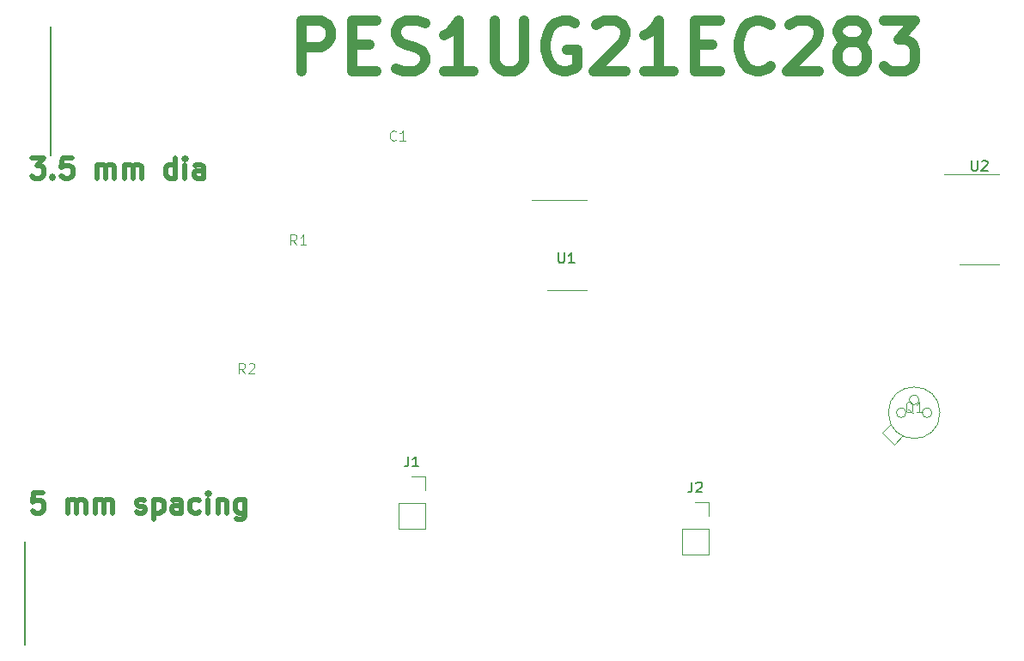
<source format=gbr>
%TF.GenerationSoftware,KiCad,Pcbnew,7.0.6*%
%TF.CreationDate,2023-07-29T19:28:03+05:30*%
%TF.ProjectId,Final_ESA_q5,46696e61-6c5f-4455-9341-5f71352e6b69,rev?*%
%TF.SameCoordinates,Original*%
%TF.FileFunction,Legend,Top*%
%TF.FilePolarity,Positive*%
%FSLAX46Y46*%
G04 Gerber Fmt 4.6, Leading zero omitted, Abs format (unit mm)*
G04 Created by KiCad (PCBNEW 7.0.6) date 2023-07-29 19:28:03*
%MOMM*%
%LPD*%
G01*
G04 APERTURE LIST*
%ADD10C,0.150000*%
%ADD11C,0.500000*%
%ADD12C,1.000000*%
%ADD13C,0.100000*%
%ADD14C,0.120000*%
G04 APERTURE END LIST*
D10*
X71120000Y-48260000D02*
X71120000Y-60960000D01*
X68580000Y-109220000D02*
X68580000Y-99060000D01*
D11*
X70337518Y-94249238D02*
X69385137Y-94249238D01*
X69385137Y-94249238D02*
X69289899Y-95201619D01*
X69289899Y-95201619D02*
X69385137Y-95106380D01*
X69385137Y-95106380D02*
X69575613Y-95011142D01*
X69575613Y-95011142D02*
X70051804Y-95011142D01*
X70051804Y-95011142D02*
X70242280Y-95106380D01*
X70242280Y-95106380D02*
X70337518Y-95201619D01*
X70337518Y-95201619D02*
X70432756Y-95392095D01*
X70432756Y-95392095D02*
X70432756Y-95868285D01*
X70432756Y-95868285D02*
X70337518Y-96058761D01*
X70337518Y-96058761D02*
X70242280Y-96154000D01*
X70242280Y-96154000D02*
X70051804Y-96249238D01*
X70051804Y-96249238D02*
X69575613Y-96249238D01*
X69575613Y-96249238D02*
X69385137Y-96154000D01*
X69385137Y-96154000D02*
X69289899Y-96058761D01*
X72813709Y-96249238D02*
X72813709Y-94915904D01*
X72813709Y-95106380D02*
X72908947Y-95011142D01*
X72908947Y-95011142D02*
X73099423Y-94915904D01*
X73099423Y-94915904D02*
X73385138Y-94915904D01*
X73385138Y-94915904D02*
X73575614Y-95011142D01*
X73575614Y-95011142D02*
X73670852Y-95201619D01*
X73670852Y-95201619D02*
X73670852Y-96249238D01*
X73670852Y-95201619D02*
X73766090Y-95011142D01*
X73766090Y-95011142D02*
X73956566Y-94915904D01*
X73956566Y-94915904D02*
X74242280Y-94915904D01*
X74242280Y-94915904D02*
X74432757Y-95011142D01*
X74432757Y-95011142D02*
X74527995Y-95201619D01*
X74527995Y-95201619D02*
X74527995Y-96249238D01*
X75480376Y-96249238D02*
X75480376Y-94915904D01*
X75480376Y-95106380D02*
X75575614Y-95011142D01*
X75575614Y-95011142D02*
X75766090Y-94915904D01*
X75766090Y-94915904D02*
X76051805Y-94915904D01*
X76051805Y-94915904D02*
X76242281Y-95011142D01*
X76242281Y-95011142D02*
X76337519Y-95201619D01*
X76337519Y-95201619D02*
X76337519Y-96249238D01*
X76337519Y-95201619D02*
X76432757Y-95011142D01*
X76432757Y-95011142D02*
X76623233Y-94915904D01*
X76623233Y-94915904D02*
X76908947Y-94915904D01*
X76908947Y-94915904D02*
X77099424Y-95011142D01*
X77099424Y-95011142D02*
X77194662Y-95201619D01*
X77194662Y-95201619D02*
X77194662Y-96249238D01*
X79575615Y-96154000D02*
X79766091Y-96249238D01*
X79766091Y-96249238D02*
X80147043Y-96249238D01*
X80147043Y-96249238D02*
X80337520Y-96154000D01*
X80337520Y-96154000D02*
X80432758Y-95963523D01*
X80432758Y-95963523D02*
X80432758Y-95868285D01*
X80432758Y-95868285D02*
X80337520Y-95677809D01*
X80337520Y-95677809D02*
X80147043Y-95582571D01*
X80147043Y-95582571D02*
X79861329Y-95582571D01*
X79861329Y-95582571D02*
X79670853Y-95487333D01*
X79670853Y-95487333D02*
X79575615Y-95296857D01*
X79575615Y-95296857D02*
X79575615Y-95201619D01*
X79575615Y-95201619D02*
X79670853Y-95011142D01*
X79670853Y-95011142D02*
X79861329Y-94915904D01*
X79861329Y-94915904D02*
X80147043Y-94915904D01*
X80147043Y-94915904D02*
X80337520Y-95011142D01*
X81289901Y-94915904D02*
X81289901Y-96915904D01*
X81289901Y-95011142D02*
X81480377Y-94915904D01*
X81480377Y-94915904D02*
X81861330Y-94915904D01*
X81861330Y-94915904D02*
X82051806Y-95011142D01*
X82051806Y-95011142D02*
X82147044Y-95106380D01*
X82147044Y-95106380D02*
X82242282Y-95296857D01*
X82242282Y-95296857D02*
X82242282Y-95868285D01*
X82242282Y-95868285D02*
X82147044Y-96058761D01*
X82147044Y-96058761D02*
X82051806Y-96154000D01*
X82051806Y-96154000D02*
X81861330Y-96249238D01*
X81861330Y-96249238D02*
X81480377Y-96249238D01*
X81480377Y-96249238D02*
X81289901Y-96154000D01*
X83956568Y-96249238D02*
X83956568Y-95201619D01*
X83956568Y-95201619D02*
X83861330Y-95011142D01*
X83861330Y-95011142D02*
X83670854Y-94915904D01*
X83670854Y-94915904D02*
X83289901Y-94915904D01*
X83289901Y-94915904D02*
X83099425Y-95011142D01*
X83956568Y-96154000D02*
X83766092Y-96249238D01*
X83766092Y-96249238D02*
X83289901Y-96249238D01*
X83289901Y-96249238D02*
X83099425Y-96154000D01*
X83099425Y-96154000D02*
X83004187Y-95963523D01*
X83004187Y-95963523D02*
X83004187Y-95773047D01*
X83004187Y-95773047D02*
X83099425Y-95582571D01*
X83099425Y-95582571D02*
X83289901Y-95487333D01*
X83289901Y-95487333D02*
X83766092Y-95487333D01*
X83766092Y-95487333D02*
X83956568Y-95392095D01*
X85766092Y-96154000D02*
X85575616Y-96249238D01*
X85575616Y-96249238D02*
X85194663Y-96249238D01*
X85194663Y-96249238D02*
X85004187Y-96154000D01*
X85004187Y-96154000D02*
X84908949Y-96058761D01*
X84908949Y-96058761D02*
X84813711Y-95868285D01*
X84813711Y-95868285D02*
X84813711Y-95296857D01*
X84813711Y-95296857D02*
X84908949Y-95106380D01*
X84908949Y-95106380D02*
X85004187Y-95011142D01*
X85004187Y-95011142D02*
X85194663Y-94915904D01*
X85194663Y-94915904D02*
X85575616Y-94915904D01*
X85575616Y-94915904D02*
X85766092Y-95011142D01*
X86623235Y-96249238D02*
X86623235Y-94915904D01*
X86623235Y-94249238D02*
X86527997Y-94344476D01*
X86527997Y-94344476D02*
X86623235Y-94439714D01*
X86623235Y-94439714D02*
X86718473Y-94344476D01*
X86718473Y-94344476D02*
X86623235Y-94249238D01*
X86623235Y-94249238D02*
X86623235Y-94439714D01*
X87575616Y-94915904D02*
X87575616Y-96249238D01*
X87575616Y-95106380D02*
X87670854Y-95011142D01*
X87670854Y-95011142D02*
X87861330Y-94915904D01*
X87861330Y-94915904D02*
X88147045Y-94915904D01*
X88147045Y-94915904D02*
X88337521Y-95011142D01*
X88337521Y-95011142D02*
X88432759Y-95201619D01*
X88432759Y-95201619D02*
X88432759Y-96249238D01*
X90242283Y-94915904D02*
X90242283Y-96534952D01*
X90242283Y-96534952D02*
X90147045Y-96725428D01*
X90147045Y-96725428D02*
X90051807Y-96820666D01*
X90051807Y-96820666D02*
X89861330Y-96915904D01*
X89861330Y-96915904D02*
X89575616Y-96915904D01*
X89575616Y-96915904D02*
X89385140Y-96820666D01*
X90242283Y-96154000D02*
X90051807Y-96249238D01*
X90051807Y-96249238D02*
X89670854Y-96249238D01*
X89670854Y-96249238D02*
X89480378Y-96154000D01*
X89480378Y-96154000D02*
X89385140Y-96058761D01*
X89385140Y-96058761D02*
X89289902Y-95868285D01*
X89289902Y-95868285D02*
X89289902Y-95296857D01*
X89289902Y-95296857D02*
X89385140Y-95106380D01*
X89385140Y-95106380D02*
X89480378Y-95011142D01*
X89480378Y-95011142D02*
X89670854Y-94915904D01*
X89670854Y-94915904D02*
X90051807Y-94915904D01*
X90051807Y-94915904D02*
X90242283Y-95011142D01*
X69194661Y-61229238D02*
X70432756Y-61229238D01*
X70432756Y-61229238D02*
X69766089Y-61991142D01*
X69766089Y-61991142D02*
X70051804Y-61991142D01*
X70051804Y-61991142D02*
X70242280Y-62086380D01*
X70242280Y-62086380D02*
X70337518Y-62181619D01*
X70337518Y-62181619D02*
X70432756Y-62372095D01*
X70432756Y-62372095D02*
X70432756Y-62848285D01*
X70432756Y-62848285D02*
X70337518Y-63038761D01*
X70337518Y-63038761D02*
X70242280Y-63134000D01*
X70242280Y-63134000D02*
X70051804Y-63229238D01*
X70051804Y-63229238D02*
X69480375Y-63229238D01*
X69480375Y-63229238D02*
X69289899Y-63134000D01*
X69289899Y-63134000D02*
X69194661Y-63038761D01*
X71289899Y-63038761D02*
X71385137Y-63134000D01*
X71385137Y-63134000D02*
X71289899Y-63229238D01*
X71289899Y-63229238D02*
X71194661Y-63134000D01*
X71194661Y-63134000D02*
X71289899Y-63038761D01*
X71289899Y-63038761D02*
X71289899Y-63229238D01*
X73194661Y-61229238D02*
X72242280Y-61229238D01*
X72242280Y-61229238D02*
X72147042Y-62181619D01*
X72147042Y-62181619D02*
X72242280Y-62086380D01*
X72242280Y-62086380D02*
X72432756Y-61991142D01*
X72432756Y-61991142D02*
X72908947Y-61991142D01*
X72908947Y-61991142D02*
X73099423Y-62086380D01*
X73099423Y-62086380D02*
X73194661Y-62181619D01*
X73194661Y-62181619D02*
X73289899Y-62372095D01*
X73289899Y-62372095D02*
X73289899Y-62848285D01*
X73289899Y-62848285D02*
X73194661Y-63038761D01*
X73194661Y-63038761D02*
X73099423Y-63134000D01*
X73099423Y-63134000D02*
X72908947Y-63229238D01*
X72908947Y-63229238D02*
X72432756Y-63229238D01*
X72432756Y-63229238D02*
X72242280Y-63134000D01*
X72242280Y-63134000D02*
X72147042Y-63038761D01*
X75670852Y-63229238D02*
X75670852Y-61895904D01*
X75670852Y-62086380D02*
X75766090Y-61991142D01*
X75766090Y-61991142D02*
X75956566Y-61895904D01*
X75956566Y-61895904D02*
X76242281Y-61895904D01*
X76242281Y-61895904D02*
X76432757Y-61991142D01*
X76432757Y-61991142D02*
X76527995Y-62181619D01*
X76527995Y-62181619D02*
X76527995Y-63229238D01*
X76527995Y-62181619D02*
X76623233Y-61991142D01*
X76623233Y-61991142D02*
X76813709Y-61895904D01*
X76813709Y-61895904D02*
X77099423Y-61895904D01*
X77099423Y-61895904D02*
X77289900Y-61991142D01*
X77289900Y-61991142D02*
X77385138Y-62181619D01*
X77385138Y-62181619D02*
X77385138Y-63229238D01*
X78337519Y-63229238D02*
X78337519Y-61895904D01*
X78337519Y-62086380D02*
X78432757Y-61991142D01*
X78432757Y-61991142D02*
X78623233Y-61895904D01*
X78623233Y-61895904D02*
X78908948Y-61895904D01*
X78908948Y-61895904D02*
X79099424Y-61991142D01*
X79099424Y-61991142D02*
X79194662Y-62181619D01*
X79194662Y-62181619D02*
X79194662Y-63229238D01*
X79194662Y-62181619D02*
X79289900Y-61991142D01*
X79289900Y-61991142D02*
X79480376Y-61895904D01*
X79480376Y-61895904D02*
X79766090Y-61895904D01*
X79766090Y-61895904D02*
X79956567Y-61991142D01*
X79956567Y-61991142D02*
X80051805Y-62181619D01*
X80051805Y-62181619D02*
X80051805Y-63229238D01*
X83385139Y-63229238D02*
X83385139Y-61229238D01*
X83385139Y-63134000D02*
X83194663Y-63229238D01*
X83194663Y-63229238D02*
X82813710Y-63229238D01*
X82813710Y-63229238D02*
X82623234Y-63134000D01*
X82623234Y-63134000D02*
X82527996Y-63038761D01*
X82527996Y-63038761D02*
X82432758Y-62848285D01*
X82432758Y-62848285D02*
X82432758Y-62276857D01*
X82432758Y-62276857D02*
X82527996Y-62086380D01*
X82527996Y-62086380D02*
X82623234Y-61991142D01*
X82623234Y-61991142D02*
X82813710Y-61895904D01*
X82813710Y-61895904D02*
X83194663Y-61895904D01*
X83194663Y-61895904D02*
X83385139Y-61991142D01*
X84337520Y-63229238D02*
X84337520Y-61895904D01*
X84337520Y-61229238D02*
X84242282Y-61324476D01*
X84242282Y-61324476D02*
X84337520Y-61419714D01*
X84337520Y-61419714D02*
X84432758Y-61324476D01*
X84432758Y-61324476D02*
X84337520Y-61229238D01*
X84337520Y-61229238D02*
X84337520Y-61419714D01*
X86147044Y-63229238D02*
X86147044Y-62181619D01*
X86147044Y-62181619D02*
X86051806Y-61991142D01*
X86051806Y-61991142D02*
X85861330Y-61895904D01*
X85861330Y-61895904D02*
X85480377Y-61895904D01*
X85480377Y-61895904D02*
X85289901Y-61991142D01*
X86147044Y-63134000D02*
X85956568Y-63229238D01*
X85956568Y-63229238D02*
X85480377Y-63229238D01*
X85480377Y-63229238D02*
X85289901Y-63134000D01*
X85289901Y-63134000D02*
X85194663Y-62943523D01*
X85194663Y-62943523D02*
X85194663Y-62753047D01*
X85194663Y-62753047D02*
X85289901Y-62562571D01*
X85289901Y-62562571D02*
X85480377Y-62467333D01*
X85480377Y-62467333D02*
X85956568Y-62467333D01*
X85956568Y-62467333D02*
X86147044Y-62372095D01*
D12*
X95828370Y-52676095D02*
X95828370Y-47676095D01*
X95828370Y-47676095D02*
X97733132Y-47676095D01*
X97733132Y-47676095D02*
X98209322Y-47914190D01*
X98209322Y-47914190D02*
X98447417Y-48152285D01*
X98447417Y-48152285D02*
X98685513Y-48628476D01*
X98685513Y-48628476D02*
X98685513Y-49342761D01*
X98685513Y-49342761D02*
X98447417Y-49818952D01*
X98447417Y-49818952D02*
X98209322Y-50057047D01*
X98209322Y-50057047D02*
X97733132Y-50295142D01*
X97733132Y-50295142D02*
X95828370Y-50295142D01*
X100828370Y-50057047D02*
X102495036Y-50057047D01*
X103209322Y-52676095D02*
X100828370Y-52676095D01*
X100828370Y-52676095D02*
X100828370Y-47676095D01*
X100828370Y-47676095D02*
X103209322Y-47676095D01*
X105114084Y-52438000D02*
X105828370Y-52676095D01*
X105828370Y-52676095D02*
X107018846Y-52676095D01*
X107018846Y-52676095D02*
X107495037Y-52438000D01*
X107495037Y-52438000D02*
X107733132Y-52199904D01*
X107733132Y-52199904D02*
X107971227Y-51723714D01*
X107971227Y-51723714D02*
X107971227Y-51247523D01*
X107971227Y-51247523D02*
X107733132Y-50771333D01*
X107733132Y-50771333D02*
X107495037Y-50533238D01*
X107495037Y-50533238D02*
X107018846Y-50295142D01*
X107018846Y-50295142D02*
X106066465Y-50057047D01*
X106066465Y-50057047D02*
X105590275Y-49818952D01*
X105590275Y-49818952D02*
X105352180Y-49580857D01*
X105352180Y-49580857D02*
X105114084Y-49104666D01*
X105114084Y-49104666D02*
X105114084Y-48628476D01*
X105114084Y-48628476D02*
X105352180Y-48152285D01*
X105352180Y-48152285D02*
X105590275Y-47914190D01*
X105590275Y-47914190D02*
X106066465Y-47676095D01*
X106066465Y-47676095D02*
X107256942Y-47676095D01*
X107256942Y-47676095D02*
X107971227Y-47914190D01*
X112733132Y-52676095D02*
X109875989Y-52676095D01*
X111304561Y-52676095D02*
X111304561Y-47676095D01*
X111304561Y-47676095D02*
X110828370Y-48390380D01*
X110828370Y-48390380D02*
X110352180Y-48866571D01*
X110352180Y-48866571D02*
X109875989Y-49104666D01*
X114875990Y-47676095D02*
X114875990Y-51723714D01*
X114875990Y-51723714D02*
X115114085Y-52199904D01*
X115114085Y-52199904D02*
X115352180Y-52438000D01*
X115352180Y-52438000D02*
X115828371Y-52676095D01*
X115828371Y-52676095D02*
X116780752Y-52676095D01*
X116780752Y-52676095D02*
X117256942Y-52438000D01*
X117256942Y-52438000D02*
X117495037Y-52199904D01*
X117495037Y-52199904D02*
X117733133Y-51723714D01*
X117733133Y-51723714D02*
X117733133Y-47676095D01*
X122733132Y-47914190D02*
X122256942Y-47676095D01*
X122256942Y-47676095D02*
X121542656Y-47676095D01*
X121542656Y-47676095D02*
X120828370Y-47914190D01*
X120828370Y-47914190D02*
X120352180Y-48390380D01*
X120352180Y-48390380D02*
X120114085Y-48866571D01*
X120114085Y-48866571D02*
X119875989Y-49818952D01*
X119875989Y-49818952D02*
X119875989Y-50533238D01*
X119875989Y-50533238D02*
X120114085Y-51485619D01*
X120114085Y-51485619D02*
X120352180Y-51961809D01*
X120352180Y-51961809D02*
X120828370Y-52438000D01*
X120828370Y-52438000D02*
X121542656Y-52676095D01*
X121542656Y-52676095D02*
X122018847Y-52676095D01*
X122018847Y-52676095D02*
X122733132Y-52438000D01*
X122733132Y-52438000D02*
X122971228Y-52199904D01*
X122971228Y-52199904D02*
X122971228Y-50533238D01*
X122971228Y-50533238D02*
X122018847Y-50533238D01*
X124875989Y-48152285D02*
X125114085Y-47914190D01*
X125114085Y-47914190D02*
X125590275Y-47676095D01*
X125590275Y-47676095D02*
X126780751Y-47676095D01*
X126780751Y-47676095D02*
X127256942Y-47914190D01*
X127256942Y-47914190D02*
X127495037Y-48152285D01*
X127495037Y-48152285D02*
X127733132Y-48628476D01*
X127733132Y-48628476D02*
X127733132Y-49104666D01*
X127733132Y-49104666D02*
X127495037Y-49818952D01*
X127495037Y-49818952D02*
X124637894Y-52676095D01*
X124637894Y-52676095D02*
X127733132Y-52676095D01*
X132495037Y-52676095D02*
X129637894Y-52676095D01*
X131066466Y-52676095D02*
X131066466Y-47676095D01*
X131066466Y-47676095D02*
X130590275Y-48390380D01*
X130590275Y-48390380D02*
X130114085Y-48866571D01*
X130114085Y-48866571D02*
X129637894Y-49104666D01*
X134637895Y-50057047D02*
X136304561Y-50057047D01*
X137018847Y-52676095D02*
X134637895Y-52676095D01*
X134637895Y-52676095D02*
X134637895Y-47676095D01*
X134637895Y-47676095D02*
X137018847Y-47676095D01*
X142018848Y-52199904D02*
X141780752Y-52438000D01*
X141780752Y-52438000D02*
X141066467Y-52676095D01*
X141066467Y-52676095D02*
X140590276Y-52676095D01*
X140590276Y-52676095D02*
X139875990Y-52438000D01*
X139875990Y-52438000D02*
X139399800Y-51961809D01*
X139399800Y-51961809D02*
X139161705Y-51485619D01*
X139161705Y-51485619D02*
X138923609Y-50533238D01*
X138923609Y-50533238D02*
X138923609Y-49818952D01*
X138923609Y-49818952D02*
X139161705Y-48866571D01*
X139161705Y-48866571D02*
X139399800Y-48390380D01*
X139399800Y-48390380D02*
X139875990Y-47914190D01*
X139875990Y-47914190D02*
X140590276Y-47676095D01*
X140590276Y-47676095D02*
X141066467Y-47676095D01*
X141066467Y-47676095D02*
X141780752Y-47914190D01*
X141780752Y-47914190D02*
X142018848Y-48152285D01*
X143923609Y-48152285D02*
X144161705Y-47914190D01*
X144161705Y-47914190D02*
X144637895Y-47676095D01*
X144637895Y-47676095D02*
X145828371Y-47676095D01*
X145828371Y-47676095D02*
X146304562Y-47914190D01*
X146304562Y-47914190D02*
X146542657Y-48152285D01*
X146542657Y-48152285D02*
X146780752Y-48628476D01*
X146780752Y-48628476D02*
X146780752Y-49104666D01*
X146780752Y-49104666D02*
X146542657Y-49818952D01*
X146542657Y-49818952D02*
X143685514Y-52676095D01*
X143685514Y-52676095D02*
X146780752Y-52676095D01*
X149637895Y-49818952D02*
X149161705Y-49580857D01*
X149161705Y-49580857D02*
X148923610Y-49342761D01*
X148923610Y-49342761D02*
X148685514Y-48866571D01*
X148685514Y-48866571D02*
X148685514Y-48628476D01*
X148685514Y-48628476D02*
X148923610Y-48152285D01*
X148923610Y-48152285D02*
X149161705Y-47914190D01*
X149161705Y-47914190D02*
X149637895Y-47676095D01*
X149637895Y-47676095D02*
X150590276Y-47676095D01*
X150590276Y-47676095D02*
X151066467Y-47914190D01*
X151066467Y-47914190D02*
X151304562Y-48152285D01*
X151304562Y-48152285D02*
X151542657Y-48628476D01*
X151542657Y-48628476D02*
X151542657Y-48866571D01*
X151542657Y-48866571D02*
X151304562Y-49342761D01*
X151304562Y-49342761D02*
X151066467Y-49580857D01*
X151066467Y-49580857D02*
X150590276Y-49818952D01*
X150590276Y-49818952D02*
X149637895Y-49818952D01*
X149637895Y-49818952D02*
X149161705Y-50057047D01*
X149161705Y-50057047D02*
X148923610Y-50295142D01*
X148923610Y-50295142D02*
X148685514Y-50771333D01*
X148685514Y-50771333D02*
X148685514Y-51723714D01*
X148685514Y-51723714D02*
X148923610Y-52199904D01*
X148923610Y-52199904D02*
X149161705Y-52438000D01*
X149161705Y-52438000D02*
X149637895Y-52676095D01*
X149637895Y-52676095D02*
X150590276Y-52676095D01*
X150590276Y-52676095D02*
X151066467Y-52438000D01*
X151066467Y-52438000D02*
X151304562Y-52199904D01*
X151304562Y-52199904D02*
X151542657Y-51723714D01*
X151542657Y-51723714D02*
X151542657Y-50771333D01*
X151542657Y-50771333D02*
X151304562Y-50295142D01*
X151304562Y-50295142D02*
X151066467Y-50057047D01*
X151066467Y-50057047D02*
X150590276Y-49818952D01*
X153209324Y-47676095D02*
X156304562Y-47676095D01*
X156304562Y-47676095D02*
X154637896Y-49580857D01*
X154637896Y-49580857D02*
X155352181Y-49580857D01*
X155352181Y-49580857D02*
X155828372Y-49818952D01*
X155828372Y-49818952D02*
X156066467Y-50057047D01*
X156066467Y-50057047D02*
X156304562Y-50533238D01*
X156304562Y-50533238D02*
X156304562Y-51723714D01*
X156304562Y-51723714D02*
X156066467Y-52199904D01*
X156066467Y-52199904D02*
X155828372Y-52438000D01*
X155828372Y-52438000D02*
X155352181Y-52676095D01*
X155352181Y-52676095D02*
X153923610Y-52676095D01*
X153923610Y-52676095D02*
X153447419Y-52438000D01*
X153447419Y-52438000D02*
X153209324Y-52199904D01*
D13*
X90237433Y-82498419D02*
X89904100Y-82022228D01*
X89666005Y-82498419D02*
X89666005Y-81498419D01*
X89666005Y-81498419D02*
X90046957Y-81498419D01*
X90046957Y-81498419D02*
X90142195Y-81546038D01*
X90142195Y-81546038D02*
X90189814Y-81593657D01*
X90189814Y-81593657D02*
X90237433Y-81688895D01*
X90237433Y-81688895D02*
X90237433Y-81831752D01*
X90237433Y-81831752D02*
X90189814Y-81926990D01*
X90189814Y-81926990D02*
X90142195Y-81974609D01*
X90142195Y-81974609D02*
X90046957Y-82022228D01*
X90046957Y-82022228D02*
X89666005Y-82022228D01*
X90618386Y-81593657D02*
X90666005Y-81546038D01*
X90666005Y-81546038D02*
X90761243Y-81498419D01*
X90761243Y-81498419D02*
X90999338Y-81498419D01*
X90999338Y-81498419D02*
X91094576Y-81546038D01*
X91094576Y-81546038D02*
X91142195Y-81593657D01*
X91142195Y-81593657D02*
X91189814Y-81688895D01*
X91189814Y-81688895D02*
X91189814Y-81784133D01*
X91189814Y-81784133D02*
X91142195Y-81926990D01*
X91142195Y-81926990D02*
X90570767Y-82498419D01*
X90570767Y-82498419D02*
X91189814Y-82498419D01*
D10*
X161863095Y-61484819D02*
X161863095Y-62294342D01*
X161863095Y-62294342D02*
X161910714Y-62389580D01*
X161910714Y-62389580D02*
X161958333Y-62437200D01*
X161958333Y-62437200D02*
X162053571Y-62484819D01*
X162053571Y-62484819D02*
X162244047Y-62484819D01*
X162244047Y-62484819D02*
X162339285Y-62437200D01*
X162339285Y-62437200D02*
X162386904Y-62389580D01*
X162386904Y-62389580D02*
X162434523Y-62294342D01*
X162434523Y-62294342D02*
X162434523Y-61484819D01*
X162863095Y-61580057D02*
X162910714Y-61532438D01*
X162910714Y-61532438D02*
X163005952Y-61484819D01*
X163005952Y-61484819D02*
X163244047Y-61484819D01*
X163244047Y-61484819D02*
X163339285Y-61532438D01*
X163339285Y-61532438D02*
X163386904Y-61580057D01*
X163386904Y-61580057D02*
X163434523Y-61675295D01*
X163434523Y-61675295D02*
X163434523Y-61770533D01*
X163434523Y-61770533D02*
X163386904Y-61913390D01*
X163386904Y-61913390D02*
X162815476Y-62484819D01*
X162815476Y-62484819D02*
X163434523Y-62484819D01*
X121158095Y-70574819D02*
X121158095Y-71384342D01*
X121158095Y-71384342D02*
X121205714Y-71479580D01*
X121205714Y-71479580D02*
X121253333Y-71527200D01*
X121253333Y-71527200D02*
X121348571Y-71574819D01*
X121348571Y-71574819D02*
X121539047Y-71574819D01*
X121539047Y-71574819D02*
X121634285Y-71527200D01*
X121634285Y-71527200D02*
X121681904Y-71479580D01*
X121681904Y-71479580D02*
X121729523Y-71384342D01*
X121729523Y-71384342D02*
X121729523Y-70574819D01*
X122729523Y-71574819D02*
X122158095Y-71574819D01*
X122443809Y-71574819D02*
X122443809Y-70574819D01*
X122443809Y-70574819D02*
X122348571Y-70717676D01*
X122348571Y-70717676D02*
X122253333Y-70812914D01*
X122253333Y-70812914D02*
X122158095Y-70860533D01*
D13*
X95317433Y-69798419D02*
X94984100Y-69322228D01*
X94746005Y-69798419D02*
X94746005Y-68798419D01*
X94746005Y-68798419D02*
X95126957Y-68798419D01*
X95126957Y-68798419D02*
X95222195Y-68846038D01*
X95222195Y-68846038D02*
X95269814Y-68893657D01*
X95269814Y-68893657D02*
X95317433Y-68988895D01*
X95317433Y-68988895D02*
X95317433Y-69131752D01*
X95317433Y-69131752D02*
X95269814Y-69226990D01*
X95269814Y-69226990D02*
X95222195Y-69274609D01*
X95222195Y-69274609D02*
X95126957Y-69322228D01*
X95126957Y-69322228D02*
X94746005Y-69322228D01*
X96269814Y-69798419D02*
X95698386Y-69798419D01*
X95984100Y-69798419D02*
X95984100Y-68798419D01*
X95984100Y-68798419D02*
X95888862Y-68941276D01*
X95888862Y-68941276D02*
X95793624Y-69036514D01*
X95793624Y-69036514D02*
X95698386Y-69084133D01*
X156101661Y-86412657D02*
X156006423Y-86365038D01*
X156006423Y-86365038D02*
X155911185Y-86269800D01*
X155911185Y-86269800D02*
X155768328Y-86126942D01*
X155768328Y-86126942D02*
X155673090Y-86079323D01*
X155673090Y-86079323D02*
X155577852Y-86079323D01*
X155625471Y-86317419D02*
X155530233Y-86269800D01*
X155530233Y-86269800D02*
X155434995Y-86174561D01*
X155434995Y-86174561D02*
X155387376Y-85984085D01*
X155387376Y-85984085D02*
X155387376Y-85650752D01*
X155387376Y-85650752D02*
X155434995Y-85460276D01*
X155434995Y-85460276D02*
X155530233Y-85365038D01*
X155530233Y-85365038D02*
X155625471Y-85317419D01*
X155625471Y-85317419D02*
X155815947Y-85317419D01*
X155815947Y-85317419D02*
X155911185Y-85365038D01*
X155911185Y-85365038D02*
X156006423Y-85460276D01*
X156006423Y-85460276D02*
X156054042Y-85650752D01*
X156054042Y-85650752D02*
X156054042Y-85984085D01*
X156054042Y-85984085D02*
X156006423Y-86174561D01*
X156006423Y-86174561D02*
X155911185Y-86269800D01*
X155911185Y-86269800D02*
X155815947Y-86317419D01*
X155815947Y-86317419D02*
X155625471Y-86317419D01*
X157006423Y-86317419D02*
X156434995Y-86317419D01*
X156720709Y-86317419D02*
X156720709Y-85317419D01*
X156720709Y-85317419D02*
X156625471Y-85460276D01*
X156625471Y-85460276D02*
X156530233Y-85555514D01*
X156530233Y-85555514D02*
X156434995Y-85603133D01*
D10*
X106346666Y-90664819D02*
X106346666Y-91379104D01*
X106346666Y-91379104D02*
X106299047Y-91521961D01*
X106299047Y-91521961D02*
X106203809Y-91617200D01*
X106203809Y-91617200D02*
X106060952Y-91664819D01*
X106060952Y-91664819D02*
X105965714Y-91664819D01*
X107346666Y-91664819D02*
X106775238Y-91664819D01*
X107060952Y-91664819D02*
X107060952Y-90664819D01*
X107060952Y-90664819D02*
X106965714Y-90807676D01*
X106965714Y-90807676D02*
X106870476Y-90902914D01*
X106870476Y-90902914D02*
X106775238Y-90950533D01*
D13*
X105130833Y-59439680D02*
X105083214Y-59487300D01*
X105083214Y-59487300D02*
X104940357Y-59534919D01*
X104940357Y-59534919D02*
X104845119Y-59534919D01*
X104845119Y-59534919D02*
X104702262Y-59487300D01*
X104702262Y-59487300D02*
X104607024Y-59392061D01*
X104607024Y-59392061D02*
X104559405Y-59296823D01*
X104559405Y-59296823D02*
X104511786Y-59106347D01*
X104511786Y-59106347D02*
X104511786Y-58963490D01*
X104511786Y-58963490D02*
X104559405Y-58773014D01*
X104559405Y-58773014D02*
X104607024Y-58677776D01*
X104607024Y-58677776D02*
X104702262Y-58582538D01*
X104702262Y-58582538D02*
X104845119Y-58534919D01*
X104845119Y-58534919D02*
X104940357Y-58534919D01*
X104940357Y-58534919D02*
X105083214Y-58582538D01*
X105083214Y-58582538D02*
X105130833Y-58630157D01*
X106083214Y-59534919D02*
X105511786Y-59534919D01*
X105797500Y-59534919D02*
X105797500Y-58534919D01*
X105797500Y-58534919D02*
X105702262Y-58677776D01*
X105702262Y-58677776D02*
X105607024Y-58773014D01*
X105607024Y-58773014D02*
X105511786Y-58820633D01*
D10*
X134286666Y-93204819D02*
X134286666Y-93919104D01*
X134286666Y-93919104D02*
X134239047Y-94061961D01*
X134239047Y-94061961D02*
X134143809Y-94157200D01*
X134143809Y-94157200D02*
X134000952Y-94204819D01*
X134000952Y-94204819D02*
X133905714Y-94204819D01*
X134715238Y-93300057D02*
X134762857Y-93252438D01*
X134762857Y-93252438D02*
X134858095Y-93204819D01*
X134858095Y-93204819D02*
X135096190Y-93204819D01*
X135096190Y-93204819D02*
X135191428Y-93252438D01*
X135191428Y-93252438D02*
X135239047Y-93300057D01*
X135239047Y-93300057D02*
X135286666Y-93395295D01*
X135286666Y-93395295D02*
X135286666Y-93490533D01*
X135286666Y-93490533D02*
X135239047Y-93633390D01*
X135239047Y-93633390D02*
X134667619Y-94204819D01*
X134667619Y-94204819D02*
X135286666Y-94204819D01*
D14*
%TO.C,U2*%
X162625000Y-62875000D02*
X159175000Y-62875000D01*
X162625000Y-62875000D02*
X164575000Y-62875000D01*
X162625000Y-71745000D02*
X160675000Y-71745000D01*
X162625000Y-71745000D02*
X164575000Y-71745000D01*
%TO.C,U1*%
X121985000Y-65415000D02*
X118535000Y-65415000D01*
X121985000Y-65415000D02*
X123935000Y-65415000D01*
X121985000Y-74285000D02*
X120035000Y-74285000D01*
X121985000Y-74285000D02*
X123935000Y-74285000D01*
D13*
%TO.C,Q1*%
X153075378Y-88318015D02*
X154238423Y-89481984D01*
X153930760Y-87446392D02*
X153075378Y-88318015D01*
X155093805Y-88610361D02*
X154238423Y-89481984D01*
X155399658Y-86360000D02*
G75*
G03*
X155399658Y-86360000I-480000J0D01*
G01*
X156676900Y-85090000D02*
G75*
G03*
X156676900Y-85090000I-480000J0D01*
G01*
X158736900Y-86360000D02*
G75*
G03*
X158736900Y-86360000I-2540000J0D01*
G01*
X157946900Y-86360000D02*
G75*
G03*
X157946900Y-86360000I-480000J0D01*
G01*
D14*
%TO.C,J1*%
X105350000Y-95250000D02*
X105350000Y-97850000D01*
X105350000Y-95250000D02*
X108010000Y-95250000D01*
X105350000Y-97850000D02*
X108010000Y-97850000D01*
X106680000Y-92650000D02*
X108010000Y-92650000D01*
X108010000Y-92650000D02*
X108010000Y-93980000D01*
X108010000Y-95250000D02*
X108010000Y-97850000D01*
%TO.C,J2*%
X133290000Y-97790000D02*
X133290000Y-100390000D01*
X133290000Y-97790000D02*
X135950000Y-97790000D01*
X133290000Y-100390000D02*
X135950000Y-100390000D01*
X134620000Y-95190000D02*
X135950000Y-95190000D01*
X135950000Y-95190000D02*
X135950000Y-96520000D01*
X135950000Y-97790000D02*
X135950000Y-100390000D01*
%TD*%
M02*

</source>
